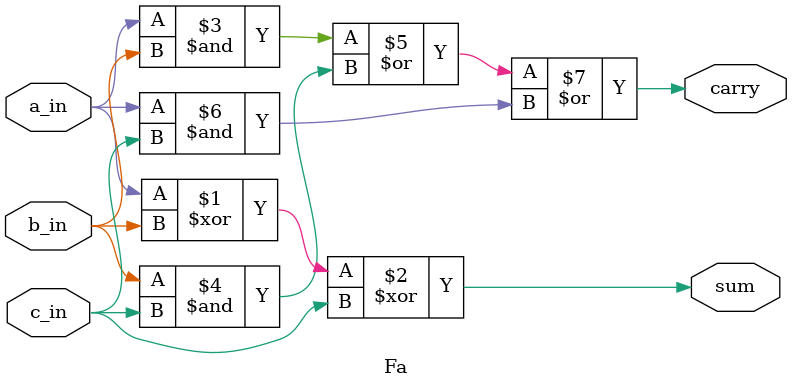
<source format=v>
module Fa(input a_in, b_in, c_in, output sum, carry);
  assign sum = a_in ^ b_in ^ c_in;
  assign carry = (a_in & b_in) | (b_in & c_in) | (a_in & c_in);
endmodule

</source>
